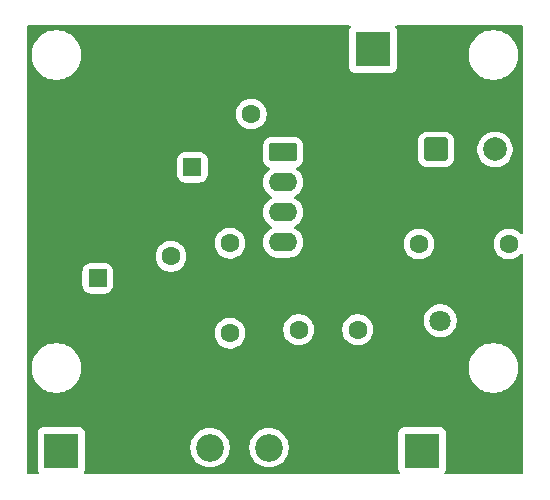
<source format=gbr>
%TF.GenerationSoftware,KiCad,Pcbnew,9.0.4*%
%TF.CreationDate,2025-09-13T13:15:57+02:00*%
%TF.ProjectId,TDA7267,54444137-3236-4372-9e6b-696361645f70,rev?*%
%TF.SameCoordinates,Original*%
%TF.FileFunction,Copper,L1,Top*%
%TF.FilePolarity,Positive*%
%FSLAX46Y46*%
G04 Gerber Fmt 4.6, Leading zero omitted, Abs format (unit mm)*
G04 Created by KiCad (PCBNEW 9.0.4) date 2025-09-13 13:15:57*
%MOMM*%
%LPD*%
G01*
G04 APERTURE LIST*
G04 Aperture macros list*
%AMRoundRect*
0 Rectangle with rounded corners*
0 $1 Rounding radius*
0 $2 $3 $4 $5 $6 $7 $8 $9 X,Y pos of 4 corners*
0 Add a 4 corners polygon primitive as box body*
4,1,4,$2,$3,$4,$5,$6,$7,$8,$9,$2,$3,0*
0 Add four circle primitives for the rounded corners*
1,1,$1+$1,$2,$3*
1,1,$1+$1,$4,$5*
1,1,$1+$1,$6,$7*
1,1,$1+$1,$8,$9*
0 Add four rect primitives between the rounded corners*
20,1,$1+$1,$2,$3,$4,$5,0*
20,1,$1+$1,$4,$5,$6,$7,0*
20,1,$1+$1,$6,$7,$8,$9,0*
20,1,$1+$1,$8,$9,$2,$3,0*%
G04 Aperture macros list end*
%TA.AperFunction,ComponentPad*%
%ADD10C,1.600000*%
%TD*%
%TA.AperFunction,ComponentPad*%
%ADD11R,3.000000X3.000000*%
%TD*%
%TA.AperFunction,ComponentPad*%
%ADD12C,3.000000*%
%TD*%
%TA.AperFunction,ComponentPad*%
%ADD13R,1.800000X1.800000*%
%TD*%
%TA.AperFunction,ComponentPad*%
%ADD14C,1.800000*%
%TD*%
%TA.AperFunction,ComponentPad*%
%ADD15RoundRect,0.250000X-0.950000X-0.550000X0.950000X-0.550000X0.950000X0.550000X-0.950000X0.550000X0*%
%TD*%
%TA.AperFunction,ComponentPad*%
%ADD16O,2.400000X1.600000*%
%TD*%
%TA.AperFunction,ComponentPad*%
%ADD17RoundRect,0.250000X0.550000X0.550000X-0.550000X0.550000X-0.550000X-0.550000X0.550000X-0.550000X0*%
%TD*%
%TA.AperFunction,ComponentPad*%
%ADD18RoundRect,0.250000X-0.750000X-0.750000X0.750000X-0.750000X0.750000X0.750000X-0.750000X0.750000X0*%
%TD*%
%TA.AperFunction,ComponentPad*%
%ADD19C,2.000000*%
%TD*%
%TA.AperFunction,ComponentPad*%
%ADD20C,2.340000*%
%TD*%
G04 APERTURE END LIST*
D10*
%TO.P,C3,1*%
%TO.N,GND*%
X141700000Y-103560000D03*
%TO.P,C3,2*%
%TO.N,Net-(U1-In)*%
X141700000Y-98560000D03*
%TD*%
D11*
%TO.P,IN1,1,Pin_1*%
%TO.N,Net-(IN1-Pin_1)*%
X162960000Y-115000000D03*
D12*
%TO.P,IN1,2,Pin_2*%
%TO.N,GND*%
X168040000Y-115000000D03*
%TD*%
D10*
%TO.P,R1,1*%
%TO.N,Net-(C1-Pad2)*%
X146700000Y-105060000D03*
%TO.P,R1,2*%
%TO.N,Net-(U1-In)*%
X146700000Y-97440000D03*
%TD*%
D13*
%TO.P,D1,1,K*%
%TO.N,GND*%
X161960000Y-104000000D03*
D14*
%TO.P,D1,2,A*%
%TO.N,Net-(D1-A)*%
X164500000Y-104000000D03*
%TD*%
D11*
%TO.P,OUT1,1,Pin_1*%
%TO.N,Net-(OUT1-Pin_1)*%
X158800000Y-81000000D03*
D12*
%TO.P,OUT1,2,Pin_2*%
%TO.N,GND*%
X153720000Y-81000000D03*
%TD*%
D10*
%TO.P,C5,1*%
%TO.N,GND*%
X148500000Y-81500000D03*
%TO.P,C5,2*%
%TO.N,/VCC*%
X148500000Y-86500000D03*
%TD*%
%TO.P,C1,1*%
%TO.N,Net-(C1-Pad1)*%
X157500000Y-104750000D03*
%TO.P,C1,2*%
%TO.N,Net-(C1-Pad2)*%
X152500000Y-104750000D03*
%TD*%
D15*
%TO.P,U1,1,V+*%
%TO.N,/VCC*%
X151190000Y-89750000D03*
D16*
%TO.P,U1,2,Out*%
%TO.N,Net-(U1-Out)*%
X151190000Y-92290000D03*
%TO.P,U1,3,SRV*%
%TO.N,Net-(U1-SRV)*%
X151190000Y-94830000D03*
%TO.P,U1,4,In*%
%TO.N,Net-(U1-In)*%
X151190000Y-97370000D03*
%TO.P,U1,5,GND*%
%TO.N,GND*%
X158810000Y-97370000D03*
%TO.P,U1,6,GND*%
X158810000Y-94830000D03*
%TO.P,U1,7,GND*%
X158810000Y-92290000D03*
%TO.P,U1,8,GND*%
X158810000Y-89750000D03*
%TD*%
D10*
%TO.P,R2,1*%
%TO.N,Net-(D1-A)*%
X162690000Y-97500000D03*
%TO.P,R2,2*%
%TO.N,/VCC*%
X170310000Y-97500000D03*
%TD*%
D11*
%TO.P,VCC1,1,Pin_1*%
%TO.N,/VCC*%
X132420000Y-115000000D03*
D12*
%TO.P,VCC1,2,Pin_2*%
%TO.N,GND*%
X137500000Y-115000000D03*
%TD*%
D17*
%TO.P,C2,1*%
%TO.N,Net-(U1-SRV)*%
X143500000Y-91000000D03*
D10*
%TO.P,C2,2*%
%TO.N,GND*%
X139700000Y-91000000D03*
%TD*%
D18*
%TO.P,C6,1*%
%TO.N,Net-(U1-Out)*%
X164132323Y-89500000D03*
D19*
%TO.P,C6,2*%
%TO.N,Net-(OUT1-Pin_1)*%
X169132323Y-89500000D03*
%TD*%
D17*
%TO.P,C4,1*%
%TO.N,/VCC*%
X135500000Y-100400000D03*
D10*
%TO.P,C4,2*%
%TO.N,GND*%
X131700000Y-100400000D03*
%TD*%
D20*
%TO.P,RV1,1,1*%
%TO.N,Net-(IN1-Pin_1)*%
X145000000Y-114750000D03*
%TO.P,RV1,2,2*%
%TO.N,Net-(C1-Pad1)*%
X150000000Y-114750000D03*
%TO.P,RV1,3,3*%
%TO.N,GND*%
X155000000Y-114750000D03*
%TD*%
%TA.AperFunction,Conductor*%
%TO.N,GND*%
G36*
X156868038Y-79020185D02*
G01*
X156913793Y-79072989D01*
X156923737Y-79142147D01*
X156900265Y-79198810D01*
X156880238Y-79225562D01*
X156856204Y-79257668D01*
X156856202Y-79257671D01*
X156805908Y-79392517D01*
X156801294Y-79435438D01*
X156799501Y-79452123D01*
X156799500Y-79452135D01*
X156799500Y-82547870D01*
X156799501Y-82547876D01*
X156805908Y-82607483D01*
X156856202Y-82742328D01*
X156856206Y-82742335D01*
X156942452Y-82857544D01*
X156942455Y-82857547D01*
X157057664Y-82943793D01*
X157057671Y-82943797D01*
X157192517Y-82994091D01*
X157192516Y-82994091D01*
X157199444Y-82994835D01*
X157252127Y-83000500D01*
X160347872Y-83000499D01*
X160407483Y-82994091D01*
X160542331Y-82943796D01*
X160657546Y-82857546D01*
X160743796Y-82742331D01*
X160794091Y-82607483D01*
X160800500Y-82547873D01*
X160800499Y-81362332D01*
X166899500Y-81362332D01*
X166899500Y-81637667D01*
X166899501Y-81637684D01*
X166935438Y-81910655D01*
X166935439Y-81910660D01*
X166935440Y-81910666D01*
X166935441Y-81910668D01*
X167006704Y-82176630D01*
X167112075Y-82431017D01*
X167112080Y-82431028D01*
X167179543Y-82547876D01*
X167249751Y-82669479D01*
X167249753Y-82669482D01*
X167249754Y-82669483D01*
X167417370Y-82887926D01*
X167417376Y-82887933D01*
X167612066Y-83082623D01*
X167612072Y-83082628D01*
X167830521Y-83250249D01*
X167983778Y-83338732D01*
X168068971Y-83387919D01*
X168068976Y-83387921D01*
X168068979Y-83387923D01*
X168323368Y-83493295D01*
X168589334Y-83564560D01*
X168862326Y-83600500D01*
X168862333Y-83600500D01*
X169137667Y-83600500D01*
X169137674Y-83600500D01*
X169410666Y-83564560D01*
X169676632Y-83493295D01*
X169931021Y-83387923D01*
X170169479Y-83250249D01*
X170387928Y-83082628D01*
X170582628Y-82887928D01*
X170750249Y-82669479D01*
X170887923Y-82431021D01*
X170993295Y-82176632D01*
X171064560Y-81910666D01*
X171100500Y-81637674D01*
X171100500Y-81362326D01*
X171064560Y-81089334D01*
X170993295Y-80823368D01*
X170887923Y-80568979D01*
X170887921Y-80568976D01*
X170887919Y-80568971D01*
X170838732Y-80483778D01*
X170750249Y-80330521D01*
X170582628Y-80112072D01*
X170582623Y-80112066D01*
X170387933Y-79917376D01*
X170387926Y-79917370D01*
X170169483Y-79749754D01*
X170169482Y-79749753D01*
X170169479Y-79749751D01*
X170074407Y-79694861D01*
X169931028Y-79612080D01*
X169931017Y-79612075D01*
X169676630Y-79506704D01*
X169543649Y-79471072D01*
X169410666Y-79435440D01*
X169410660Y-79435439D01*
X169410655Y-79435438D01*
X169137684Y-79399501D01*
X169137679Y-79399500D01*
X169137674Y-79399500D01*
X168862326Y-79399500D01*
X168862320Y-79399500D01*
X168862315Y-79399501D01*
X168589344Y-79435438D01*
X168589337Y-79435439D01*
X168589334Y-79435440D01*
X168533125Y-79450500D01*
X168323369Y-79506704D01*
X168068982Y-79612075D01*
X168068971Y-79612080D01*
X167830516Y-79749754D01*
X167612073Y-79917370D01*
X167612066Y-79917376D01*
X167417376Y-80112066D01*
X167417370Y-80112073D01*
X167249754Y-80330516D01*
X167112080Y-80568971D01*
X167112075Y-80568982D01*
X167006704Y-80823369D01*
X166935441Y-81089331D01*
X166935438Y-81089344D01*
X166899501Y-81362315D01*
X166899500Y-81362332D01*
X160800499Y-81362332D01*
X160800499Y-80823369D01*
X160800499Y-79452129D01*
X160800498Y-79452123D01*
X160800497Y-79452116D01*
X160794091Y-79392517D01*
X160743796Y-79257669D01*
X160699734Y-79198810D01*
X160675317Y-79133348D01*
X160690168Y-79065075D01*
X160739573Y-79015669D01*
X160799001Y-79000500D01*
X171375500Y-79000500D01*
X171442539Y-79020185D01*
X171488294Y-79072989D01*
X171499500Y-79124500D01*
X171499500Y-96550953D01*
X171479815Y-96617992D01*
X171427011Y-96663747D01*
X171357853Y-96673691D01*
X171294297Y-96644666D01*
X171287819Y-96638634D01*
X171157213Y-96508028D01*
X170991613Y-96387715D01*
X170991612Y-96387714D01*
X170991610Y-96387713D01*
X170934653Y-96358691D01*
X170809223Y-96294781D01*
X170614534Y-96231522D01*
X170439995Y-96203878D01*
X170412352Y-96199500D01*
X170207648Y-96199500D01*
X170183329Y-96203351D01*
X170005465Y-96231522D01*
X169810776Y-96294781D01*
X169628386Y-96387715D01*
X169462786Y-96508028D01*
X169318028Y-96652786D01*
X169197715Y-96818386D01*
X169104781Y-97000776D01*
X169041522Y-97195465D01*
X169009500Y-97397648D01*
X169009500Y-97602351D01*
X169041522Y-97804534D01*
X169104781Y-97999223D01*
X169197715Y-98181613D01*
X169318028Y-98347213D01*
X169462786Y-98491971D01*
X169545806Y-98552287D01*
X169628390Y-98612287D01*
X169693021Y-98645218D01*
X169810776Y-98705218D01*
X169810778Y-98705218D01*
X169810781Y-98705220D01*
X169915137Y-98739127D01*
X170005465Y-98768477D01*
X170106557Y-98784488D01*
X170207648Y-98800500D01*
X170207649Y-98800500D01*
X170412351Y-98800500D01*
X170412352Y-98800500D01*
X170614534Y-98768477D01*
X170809219Y-98705220D01*
X170991610Y-98612287D01*
X171084590Y-98544732D01*
X171157213Y-98491971D01*
X171157215Y-98491968D01*
X171157219Y-98491966D01*
X171287819Y-98361366D01*
X171349142Y-98327881D01*
X171418834Y-98332865D01*
X171474767Y-98374737D01*
X171499184Y-98440201D01*
X171499500Y-98449047D01*
X171499500Y-116875500D01*
X171479815Y-116942539D01*
X171427011Y-116988294D01*
X171375500Y-116999500D01*
X164959001Y-116999500D01*
X164891962Y-116979815D01*
X164846207Y-116927011D01*
X164836263Y-116857853D01*
X164859734Y-116801189D01*
X164903796Y-116742331D01*
X164954091Y-116607483D01*
X164960500Y-116547873D01*
X164960499Y-113452128D01*
X164954091Y-113392517D01*
X164941235Y-113358049D01*
X164903797Y-113257671D01*
X164903793Y-113257664D01*
X164817547Y-113142455D01*
X164817544Y-113142452D01*
X164702335Y-113056206D01*
X164702328Y-113056202D01*
X164567482Y-113005908D01*
X164567483Y-113005908D01*
X164507883Y-112999501D01*
X164507881Y-112999500D01*
X164507873Y-112999500D01*
X164507864Y-112999500D01*
X161412129Y-112999500D01*
X161412123Y-112999501D01*
X161352516Y-113005908D01*
X161217671Y-113056202D01*
X161217664Y-113056206D01*
X161102455Y-113142452D01*
X161102452Y-113142455D01*
X161016206Y-113257664D01*
X161016202Y-113257671D01*
X160965908Y-113392517D01*
X160959501Y-113452116D01*
X160959501Y-113452123D01*
X160959500Y-113452135D01*
X160959500Y-116547870D01*
X160959501Y-116547876D01*
X160965908Y-116607483D01*
X161016202Y-116742328D01*
X161016204Y-116742331D01*
X161060265Y-116801189D01*
X161084683Y-116866652D01*
X161069832Y-116934925D01*
X161020427Y-116984331D01*
X160960999Y-116999500D01*
X134419001Y-116999500D01*
X134351962Y-116979815D01*
X134306207Y-116927011D01*
X134296263Y-116857853D01*
X134319734Y-116801189D01*
X134363796Y-116742331D01*
X134414091Y-116607483D01*
X134420500Y-116547873D01*
X134420499Y-114640502D01*
X143329500Y-114640502D01*
X143329500Y-114859497D01*
X143353306Y-115040314D01*
X143358083Y-115076598D01*
X143414759Y-115288117D01*
X143498560Y-115490428D01*
X143498562Y-115490433D01*
X143498565Y-115490438D01*
X143608049Y-115680070D01*
X143741355Y-115853798D01*
X143741361Y-115853805D01*
X143896194Y-116008638D01*
X143896201Y-116008644D01*
X144069929Y-116141950D01*
X144259561Y-116251434D01*
X144259563Y-116251434D01*
X144259572Y-116251440D01*
X144461883Y-116335241D01*
X144673402Y-116391917D01*
X144890510Y-116420500D01*
X144890517Y-116420500D01*
X145109483Y-116420500D01*
X145109490Y-116420500D01*
X145326598Y-116391917D01*
X145538117Y-116335241D01*
X145740428Y-116251440D01*
X145930071Y-116141950D01*
X146103800Y-116008643D01*
X146258643Y-115853800D01*
X146391950Y-115680071D01*
X146501440Y-115490428D01*
X146585241Y-115288117D01*
X146641917Y-115076598D01*
X146670500Y-114859490D01*
X146670500Y-114640510D01*
X146670499Y-114640502D01*
X148329500Y-114640502D01*
X148329500Y-114859497D01*
X148353306Y-115040314D01*
X148358083Y-115076598D01*
X148414759Y-115288117D01*
X148498560Y-115490428D01*
X148498562Y-115490433D01*
X148498565Y-115490438D01*
X148608049Y-115680070D01*
X148741355Y-115853798D01*
X148741361Y-115853805D01*
X148896194Y-116008638D01*
X148896201Y-116008644D01*
X149069929Y-116141950D01*
X149259561Y-116251434D01*
X149259563Y-116251434D01*
X149259572Y-116251440D01*
X149461883Y-116335241D01*
X149673402Y-116391917D01*
X149890510Y-116420500D01*
X149890517Y-116420500D01*
X150109483Y-116420500D01*
X150109490Y-116420500D01*
X150326598Y-116391917D01*
X150538117Y-116335241D01*
X150740428Y-116251440D01*
X150930071Y-116141950D01*
X151103800Y-116008643D01*
X151258643Y-115853800D01*
X151391950Y-115680071D01*
X151501440Y-115490428D01*
X151585241Y-115288117D01*
X151641917Y-115076598D01*
X151670500Y-114859490D01*
X151670500Y-114640510D01*
X151641917Y-114423402D01*
X151585241Y-114211883D01*
X151501440Y-114009572D01*
X151391950Y-113819929D01*
X151258643Y-113646200D01*
X151258638Y-113646194D01*
X151103805Y-113491361D01*
X151103798Y-113491355D01*
X150930070Y-113358049D01*
X150740438Y-113248565D01*
X150740433Y-113248562D01*
X150740428Y-113248560D01*
X150538117Y-113164759D01*
X150538118Y-113164759D01*
X150538115Y-113164758D01*
X150432357Y-113136421D01*
X150326598Y-113108083D01*
X150290314Y-113103306D01*
X150109497Y-113079500D01*
X150109490Y-113079500D01*
X149890510Y-113079500D01*
X149890502Y-113079500D01*
X149683853Y-113106707D01*
X149673402Y-113108083D01*
X149628699Y-113120060D01*
X149461884Y-113164758D01*
X149343374Y-113213847D01*
X149259572Y-113248560D01*
X149259569Y-113248561D01*
X149259561Y-113248565D01*
X149069929Y-113358049D01*
X148896201Y-113491355D01*
X148896194Y-113491361D01*
X148741361Y-113646194D01*
X148741355Y-113646201D01*
X148608049Y-113819929D01*
X148498565Y-114009561D01*
X148498560Y-114009573D01*
X148414758Y-114211884D01*
X148358084Y-114423399D01*
X148358082Y-114423410D01*
X148329500Y-114640502D01*
X146670499Y-114640502D01*
X146641917Y-114423402D01*
X146585241Y-114211883D01*
X146501440Y-114009572D01*
X146391950Y-113819929D01*
X146258643Y-113646200D01*
X146258638Y-113646194D01*
X146103805Y-113491361D01*
X146103798Y-113491355D01*
X145930070Y-113358049D01*
X145740438Y-113248565D01*
X145740433Y-113248562D01*
X145740428Y-113248560D01*
X145538117Y-113164759D01*
X145538118Y-113164759D01*
X145538115Y-113164758D01*
X145432357Y-113136421D01*
X145326598Y-113108083D01*
X145290314Y-113103306D01*
X145109497Y-113079500D01*
X145109490Y-113079500D01*
X144890510Y-113079500D01*
X144890502Y-113079500D01*
X144683853Y-113106707D01*
X144673402Y-113108083D01*
X144628699Y-113120060D01*
X144461884Y-113164758D01*
X144343374Y-113213847D01*
X144259572Y-113248560D01*
X144259569Y-113248561D01*
X144259561Y-113248565D01*
X144069929Y-113358049D01*
X143896201Y-113491355D01*
X143896194Y-113491361D01*
X143741361Y-113646194D01*
X143741355Y-113646201D01*
X143608049Y-113819929D01*
X143498565Y-114009561D01*
X143498560Y-114009573D01*
X143414758Y-114211884D01*
X143358084Y-114423399D01*
X143358082Y-114423410D01*
X143329500Y-114640502D01*
X134420499Y-114640502D01*
X134420499Y-113452128D01*
X134414091Y-113392517D01*
X134401235Y-113358049D01*
X134363797Y-113257671D01*
X134363793Y-113257664D01*
X134277547Y-113142455D01*
X134277544Y-113142452D01*
X134162335Y-113056206D01*
X134162328Y-113056202D01*
X134027482Y-113005908D01*
X134027483Y-113005908D01*
X133967883Y-112999501D01*
X133967881Y-112999500D01*
X133967873Y-112999500D01*
X133967864Y-112999500D01*
X130872129Y-112999500D01*
X130872123Y-112999501D01*
X130812516Y-113005908D01*
X130677671Y-113056202D01*
X130677664Y-113056206D01*
X130562455Y-113142452D01*
X130562452Y-113142455D01*
X130476206Y-113257664D01*
X130476202Y-113257671D01*
X130425908Y-113392517D01*
X130419501Y-113452116D01*
X130419501Y-113452123D01*
X130419500Y-113452135D01*
X130419500Y-116547870D01*
X130419501Y-116547876D01*
X130425908Y-116607483D01*
X130476202Y-116742328D01*
X130476204Y-116742331D01*
X130520265Y-116801189D01*
X130544683Y-116866652D01*
X130529832Y-116934925D01*
X130480427Y-116984331D01*
X130420999Y-116999500D01*
X129624500Y-116999500D01*
X129557461Y-116979815D01*
X129511706Y-116927011D01*
X129500500Y-116875500D01*
X129500500Y-107862332D01*
X129899500Y-107862332D01*
X129899500Y-108137667D01*
X129899501Y-108137684D01*
X129935438Y-108410655D01*
X129935439Y-108410660D01*
X129935440Y-108410666D01*
X129935441Y-108410668D01*
X130006704Y-108676630D01*
X130112075Y-108931017D01*
X130112080Y-108931028D01*
X130194861Y-109074407D01*
X130249751Y-109169479D01*
X130249753Y-109169482D01*
X130249754Y-109169483D01*
X130417370Y-109387926D01*
X130417376Y-109387933D01*
X130612066Y-109582623D01*
X130612072Y-109582628D01*
X130830521Y-109750249D01*
X130983778Y-109838732D01*
X131068971Y-109887919D01*
X131068976Y-109887921D01*
X131068979Y-109887923D01*
X131323368Y-109993295D01*
X131589334Y-110064560D01*
X131862326Y-110100500D01*
X131862333Y-110100500D01*
X132137667Y-110100500D01*
X132137674Y-110100500D01*
X132410666Y-110064560D01*
X132676632Y-109993295D01*
X132931021Y-109887923D01*
X133169479Y-109750249D01*
X133387928Y-109582628D01*
X133582628Y-109387928D01*
X133750249Y-109169479D01*
X133887923Y-108931021D01*
X133993295Y-108676632D01*
X134064560Y-108410666D01*
X134100500Y-108137674D01*
X134100500Y-107862332D01*
X166899500Y-107862332D01*
X166899500Y-108137667D01*
X166899501Y-108137684D01*
X166935438Y-108410655D01*
X166935439Y-108410660D01*
X166935440Y-108410666D01*
X166935441Y-108410668D01*
X167006704Y-108676630D01*
X167112075Y-108931017D01*
X167112080Y-108931028D01*
X167194861Y-109074407D01*
X167249751Y-109169479D01*
X167249753Y-109169482D01*
X167249754Y-109169483D01*
X167417370Y-109387926D01*
X167417376Y-109387933D01*
X167612066Y-109582623D01*
X167612072Y-109582628D01*
X167830521Y-109750249D01*
X167983778Y-109838732D01*
X168068971Y-109887919D01*
X168068976Y-109887921D01*
X168068979Y-109887923D01*
X168323368Y-109993295D01*
X168589334Y-110064560D01*
X168862326Y-110100500D01*
X168862333Y-110100500D01*
X169137667Y-110100500D01*
X169137674Y-110100500D01*
X169410666Y-110064560D01*
X169676632Y-109993295D01*
X169931021Y-109887923D01*
X170169479Y-109750249D01*
X170387928Y-109582628D01*
X170582628Y-109387928D01*
X170750249Y-109169479D01*
X170887923Y-108931021D01*
X170993295Y-108676632D01*
X171064560Y-108410666D01*
X171100500Y-108137674D01*
X171100500Y-107862326D01*
X171064560Y-107589334D01*
X170993295Y-107323368D01*
X170887923Y-107068979D01*
X170887921Y-107068976D01*
X170887919Y-107068971D01*
X170838732Y-106983778D01*
X170750249Y-106830521D01*
X170582628Y-106612072D01*
X170582623Y-106612066D01*
X170387933Y-106417376D01*
X170387926Y-106417370D01*
X170169483Y-106249754D01*
X170169482Y-106249753D01*
X170169479Y-106249751D01*
X170035308Y-106172287D01*
X169931028Y-106112080D01*
X169931017Y-106112075D01*
X169676630Y-106006704D01*
X169484486Y-105955220D01*
X169410666Y-105935440D01*
X169410660Y-105935439D01*
X169410655Y-105935438D01*
X169137684Y-105899501D01*
X169137679Y-105899500D01*
X169137674Y-105899500D01*
X168862326Y-105899500D01*
X168862320Y-105899500D01*
X168862315Y-105899501D01*
X168589344Y-105935438D01*
X168589337Y-105935439D01*
X168589334Y-105935440D01*
X168533125Y-105950500D01*
X168323369Y-106006704D01*
X168068982Y-106112075D01*
X168068971Y-106112080D01*
X167830516Y-106249754D01*
X167612073Y-106417370D01*
X167612066Y-106417376D01*
X167417376Y-106612066D01*
X167417370Y-106612073D01*
X167249754Y-106830516D01*
X167112080Y-107068971D01*
X167112075Y-107068982D01*
X167006704Y-107323369D01*
X166935441Y-107589331D01*
X166935438Y-107589344D01*
X166899501Y-107862315D01*
X166899500Y-107862332D01*
X134100500Y-107862332D01*
X134100500Y-107862326D01*
X134064560Y-107589334D01*
X133993295Y-107323368D01*
X133887923Y-107068979D01*
X133887921Y-107068976D01*
X133887919Y-107068971D01*
X133838732Y-106983778D01*
X133750249Y-106830521D01*
X133582628Y-106612072D01*
X133582623Y-106612066D01*
X133387933Y-106417376D01*
X133387926Y-106417370D01*
X133169483Y-106249754D01*
X133169482Y-106249753D01*
X133169479Y-106249751D01*
X133035308Y-106172287D01*
X132931028Y-106112080D01*
X132931017Y-106112075D01*
X132676630Y-106006704D01*
X132484486Y-105955220D01*
X132410666Y-105935440D01*
X132410660Y-105935439D01*
X132410655Y-105935438D01*
X132137684Y-105899501D01*
X132137679Y-105899500D01*
X132137674Y-105899500D01*
X131862326Y-105899500D01*
X131862320Y-105899500D01*
X131862315Y-105899501D01*
X131589344Y-105935438D01*
X131589337Y-105935439D01*
X131589334Y-105935440D01*
X131533125Y-105950500D01*
X131323369Y-106006704D01*
X131068982Y-106112075D01*
X131068971Y-106112080D01*
X130830516Y-106249754D01*
X130612073Y-106417370D01*
X130612066Y-106417376D01*
X130417376Y-106612066D01*
X130417370Y-106612073D01*
X130249754Y-106830516D01*
X130112080Y-107068971D01*
X130112075Y-107068982D01*
X130006704Y-107323369D01*
X129935441Y-107589331D01*
X129935438Y-107589344D01*
X129899501Y-107862315D01*
X129899500Y-107862332D01*
X129500500Y-107862332D01*
X129500500Y-104957648D01*
X145399500Y-104957648D01*
X145399500Y-105162351D01*
X145431522Y-105364534D01*
X145494781Y-105559223D01*
X145587715Y-105741613D01*
X145708028Y-105907213D01*
X145852786Y-106051971D01*
X145935521Y-106112080D01*
X146018390Y-106172287D01*
X146134607Y-106231503D01*
X146200776Y-106265218D01*
X146200778Y-106265218D01*
X146200781Y-106265220D01*
X146305137Y-106299127D01*
X146395465Y-106328477D01*
X146496557Y-106344488D01*
X146597648Y-106360500D01*
X146597649Y-106360500D01*
X146802351Y-106360500D01*
X146802352Y-106360500D01*
X147004534Y-106328477D01*
X147199219Y-106265220D01*
X147381610Y-106172287D01*
X147474590Y-106104732D01*
X147547213Y-106051971D01*
X147547215Y-106051968D01*
X147547219Y-106051966D01*
X147691966Y-105907219D01*
X147691968Y-105907215D01*
X147691971Y-105907213D01*
X147744732Y-105834590D01*
X147812287Y-105741610D01*
X147905220Y-105559219D01*
X147968477Y-105364534D01*
X148000500Y-105162352D01*
X148000500Y-104957648D01*
X147993327Y-104912358D01*
X147968477Y-104755465D01*
X147944312Y-104681095D01*
X147933445Y-104647648D01*
X151199500Y-104647648D01*
X151199500Y-104852351D01*
X151231522Y-105054534D01*
X151294781Y-105249223D01*
X151387715Y-105431613D01*
X151508028Y-105597213D01*
X151652786Y-105741971D01*
X151807749Y-105854556D01*
X151818390Y-105862287D01*
X151906574Y-105907219D01*
X152000776Y-105955218D01*
X152000778Y-105955218D01*
X152000781Y-105955220D01*
X152105137Y-105989127D01*
X152195465Y-106018477D01*
X152296557Y-106034488D01*
X152397648Y-106050500D01*
X152397649Y-106050500D01*
X152602351Y-106050500D01*
X152602352Y-106050500D01*
X152804534Y-106018477D01*
X152999219Y-105955220D01*
X153181610Y-105862287D01*
X153274590Y-105794732D01*
X153347213Y-105741971D01*
X153347215Y-105741968D01*
X153347219Y-105741966D01*
X153491966Y-105597219D01*
X153491968Y-105597215D01*
X153491971Y-105597213D01*
X153544732Y-105524590D01*
X153612287Y-105431610D01*
X153705220Y-105249219D01*
X153768477Y-105054534D01*
X153800500Y-104852352D01*
X153800500Y-104647648D01*
X156199500Y-104647648D01*
X156199500Y-104852351D01*
X156231522Y-105054534D01*
X156294781Y-105249223D01*
X156387715Y-105431613D01*
X156508028Y-105597213D01*
X156652786Y-105741971D01*
X156807749Y-105854556D01*
X156818390Y-105862287D01*
X156906574Y-105907219D01*
X157000776Y-105955218D01*
X157000778Y-105955218D01*
X157000781Y-105955220D01*
X157105137Y-105989127D01*
X157195465Y-106018477D01*
X157296557Y-106034488D01*
X157397648Y-106050500D01*
X157397649Y-106050500D01*
X157602351Y-106050500D01*
X157602352Y-106050500D01*
X157804534Y-106018477D01*
X157999219Y-105955220D01*
X158181610Y-105862287D01*
X158274590Y-105794732D01*
X158347213Y-105741971D01*
X158347215Y-105741968D01*
X158347219Y-105741966D01*
X158491966Y-105597219D01*
X158491968Y-105597215D01*
X158491971Y-105597213D01*
X158544732Y-105524590D01*
X158612287Y-105431610D01*
X158705220Y-105249219D01*
X158768477Y-105054534D01*
X158800500Y-104852352D01*
X158800500Y-104647648D01*
X158768477Y-104445466D01*
X158705220Y-104250781D01*
X158705218Y-104250778D01*
X158705218Y-104250776D01*
X158612287Y-104068390D01*
X158531933Y-103957791D01*
X158531932Y-103957788D01*
X158491971Y-103902787D01*
X158491967Y-103902782D01*
X158478963Y-103889778D01*
X163099500Y-103889778D01*
X163099500Y-104110221D01*
X163133985Y-104327952D01*
X163202103Y-104537603D01*
X163202104Y-104537606D01*
X163302187Y-104734025D01*
X163431752Y-104912358D01*
X163431756Y-104912363D01*
X163587636Y-105068243D01*
X163587641Y-105068247D01*
X163717166Y-105162351D01*
X163765978Y-105197815D01*
X163866863Y-105249219D01*
X163962393Y-105297895D01*
X163962396Y-105297896D01*
X164067221Y-105331955D01*
X164172049Y-105366015D01*
X164389778Y-105400500D01*
X164389779Y-105400500D01*
X164610221Y-105400500D01*
X164610222Y-105400500D01*
X164827951Y-105366015D01*
X165037606Y-105297895D01*
X165234022Y-105197815D01*
X165412365Y-105068242D01*
X165568242Y-104912365D01*
X165697815Y-104734022D01*
X165797895Y-104537606D01*
X165866015Y-104327951D01*
X165900500Y-104110222D01*
X165900500Y-103889778D01*
X165866015Y-103672049D01*
X165824664Y-103544781D01*
X165797896Y-103462396D01*
X165797895Y-103462393D01*
X165763237Y-103394375D01*
X165697815Y-103265978D01*
X165681260Y-103243192D01*
X165568247Y-103087641D01*
X165568243Y-103087636D01*
X165412363Y-102931756D01*
X165412358Y-102931752D01*
X165234025Y-102802187D01*
X165234024Y-102802186D01*
X165234022Y-102802185D01*
X165171096Y-102770122D01*
X165037606Y-102702104D01*
X165037603Y-102702103D01*
X164827952Y-102633985D01*
X164719086Y-102616742D01*
X164610222Y-102599500D01*
X164389778Y-102599500D01*
X164317201Y-102610995D01*
X164172047Y-102633985D01*
X163962396Y-102702103D01*
X163962393Y-102702104D01*
X163765974Y-102802187D01*
X163587641Y-102931752D01*
X163587636Y-102931756D01*
X163431756Y-103087636D01*
X163431752Y-103087641D01*
X163302187Y-103265974D01*
X163202104Y-103462393D01*
X163202103Y-103462396D01*
X163133985Y-103672047D01*
X163099500Y-103889778D01*
X158478963Y-103889778D01*
X158347213Y-103758028D01*
X158181613Y-103637715D01*
X158181612Y-103637714D01*
X158181610Y-103637713D01*
X158124653Y-103608691D01*
X157999223Y-103544781D01*
X157804534Y-103481522D01*
X157629995Y-103453878D01*
X157602352Y-103449500D01*
X157397648Y-103449500D01*
X157373329Y-103453351D01*
X157195465Y-103481522D01*
X157000776Y-103544781D01*
X156818386Y-103637715D01*
X156652786Y-103758028D01*
X156508028Y-103902786D01*
X156387715Y-104068386D01*
X156294781Y-104250776D01*
X156231522Y-104445465D01*
X156199500Y-104647648D01*
X153800500Y-104647648D01*
X153768477Y-104445466D01*
X153705220Y-104250781D01*
X153705218Y-104250778D01*
X153705218Y-104250776D01*
X153671503Y-104184607D01*
X153612287Y-104068390D01*
X153604556Y-104057749D01*
X153491971Y-103902786D01*
X153347213Y-103758028D01*
X153181613Y-103637715D01*
X153181612Y-103637714D01*
X153181610Y-103637713D01*
X153124653Y-103608691D01*
X152999223Y-103544781D01*
X152804534Y-103481522D01*
X152629995Y-103453878D01*
X152602352Y-103449500D01*
X152397648Y-103449500D01*
X152373329Y-103453351D01*
X152195465Y-103481522D01*
X152000776Y-103544781D01*
X151818386Y-103637715D01*
X151652786Y-103758028D01*
X151508028Y-103902786D01*
X151387715Y-104068386D01*
X151294781Y-104250776D01*
X151231522Y-104445465D01*
X151199500Y-104647648D01*
X147933445Y-104647648D01*
X147905220Y-104560781D01*
X147812287Y-104378390D01*
X147775642Y-104327952D01*
X147691971Y-104212786D01*
X147547213Y-104068028D01*
X147381613Y-103947715D01*
X147381612Y-103947714D01*
X147381610Y-103947713D01*
X147293436Y-103902786D01*
X147199223Y-103854781D01*
X147004534Y-103791522D01*
X146829995Y-103763878D01*
X146802352Y-103759500D01*
X146597648Y-103759500D01*
X146573329Y-103763351D01*
X146395465Y-103791522D01*
X146200776Y-103854781D01*
X146018386Y-103947715D01*
X145852786Y-104068028D01*
X145708028Y-104212786D01*
X145587715Y-104378386D01*
X145494781Y-104560776D01*
X145431522Y-104755465D01*
X145399500Y-104957648D01*
X129500500Y-104957648D01*
X129500500Y-99799983D01*
X134199500Y-99799983D01*
X134199500Y-101000001D01*
X134199501Y-101000018D01*
X134210000Y-101102796D01*
X134210001Y-101102799D01*
X134265185Y-101269331D01*
X134265186Y-101269334D01*
X134357288Y-101418656D01*
X134481344Y-101542712D01*
X134630666Y-101634814D01*
X134797203Y-101689999D01*
X134899991Y-101700500D01*
X136100008Y-101700499D01*
X136202797Y-101689999D01*
X136369334Y-101634814D01*
X136518656Y-101542712D01*
X136642712Y-101418656D01*
X136734814Y-101269334D01*
X136789999Y-101102797D01*
X136800500Y-101000009D01*
X136800499Y-99799992D01*
X136789999Y-99697203D01*
X136734814Y-99530666D01*
X136642712Y-99381344D01*
X136518656Y-99257288D01*
X136369334Y-99165186D01*
X136202797Y-99110001D01*
X136202795Y-99110000D01*
X136100010Y-99099500D01*
X134899998Y-99099500D01*
X134899981Y-99099501D01*
X134797203Y-99110000D01*
X134797200Y-99110001D01*
X134630668Y-99165185D01*
X134630663Y-99165187D01*
X134481342Y-99257289D01*
X134357289Y-99381342D01*
X134265187Y-99530663D01*
X134265186Y-99530666D01*
X134210001Y-99697203D01*
X134210001Y-99697204D01*
X134210000Y-99697204D01*
X134199500Y-99799983D01*
X129500500Y-99799983D01*
X129500500Y-98457648D01*
X140399500Y-98457648D01*
X140399500Y-98662351D01*
X140431522Y-98864534D01*
X140494781Y-99059223D01*
X140587715Y-99241613D01*
X140708028Y-99407213D01*
X140852786Y-99551971D01*
X141007749Y-99664556D01*
X141018390Y-99672287D01*
X141134607Y-99731503D01*
X141200776Y-99765218D01*
X141200778Y-99765218D01*
X141200781Y-99765220D01*
X141305137Y-99799127D01*
X141395465Y-99828477D01*
X141496557Y-99844488D01*
X141597648Y-99860500D01*
X141597649Y-99860500D01*
X141802351Y-99860500D01*
X141802352Y-99860500D01*
X142004534Y-99828477D01*
X142199219Y-99765220D01*
X142381610Y-99672287D01*
X142474590Y-99604732D01*
X142547213Y-99551971D01*
X142547215Y-99551968D01*
X142547219Y-99551966D01*
X142691966Y-99407219D01*
X142691968Y-99407215D01*
X142691971Y-99407213D01*
X142744732Y-99334590D01*
X142812287Y-99241610D01*
X142905220Y-99059219D01*
X142968477Y-98864534D01*
X143000500Y-98662352D01*
X143000500Y-98457648D01*
X142985250Y-98361366D01*
X142968477Y-98255465D01*
X142939127Y-98165137D01*
X142905220Y-98060781D01*
X142905218Y-98060778D01*
X142905218Y-98060776D01*
X142843281Y-97939219D01*
X142812287Y-97878390D01*
X142758628Y-97804534D01*
X142691971Y-97712786D01*
X142547213Y-97568028D01*
X142381611Y-97447713D01*
X142372873Y-97443261D01*
X142372872Y-97443261D01*
X142199223Y-97354781D01*
X142146494Y-97337648D01*
X145399500Y-97337648D01*
X145399500Y-97542351D01*
X145431522Y-97744534D01*
X145494781Y-97939223D01*
X145587715Y-98121613D01*
X145708028Y-98287213D01*
X145852786Y-98431971D01*
X145935371Y-98491971D01*
X146018390Y-98552287D01*
X146134607Y-98611503D01*
X146200776Y-98645218D01*
X146200778Y-98645218D01*
X146200781Y-98645220D01*
X146253505Y-98662351D01*
X146395465Y-98708477D01*
X146496557Y-98724488D01*
X146597648Y-98740500D01*
X146597649Y-98740500D01*
X146802351Y-98740500D01*
X146802352Y-98740500D01*
X147004534Y-98708477D01*
X147199219Y-98645220D01*
X147381610Y-98552287D01*
X147477962Y-98482284D01*
X147547213Y-98431971D01*
X147547215Y-98431968D01*
X147547219Y-98431966D01*
X147691966Y-98287219D01*
X147691968Y-98287215D01*
X147691971Y-98287213D01*
X147744732Y-98214590D01*
X147812287Y-98121610D01*
X147905220Y-97939219D01*
X147968477Y-97744534D01*
X148000500Y-97542352D01*
X148000500Y-97337648D01*
X147968477Y-97135466D01*
X147905220Y-96940781D01*
X147905218Y-96940778D01*
X147905218Y-96940776D01*
X147869551Y-96870776D01*
X147812287Y-96758390D01*
X147804556Y-96747749D01*
X147691971Y-96592786D01*
X147547213Y-96448028D01*
X147381613Y-96327715D01*
X147381612Y-96327714D01*
X147381610Y-96327713D01*
X147324653Y-96298691D01*
X147199223Y-96234781D01*
X147004534Y-96171522D01*
X146829995Y-96143878D01*
X146802352Y-96139500D01*
X146597648Y-96139500D01*
X146573329Y-96143351D01*
X146395465Y-96171522D01*
X146200776Y-96234781D01*
X146018386Y-96327715D01*
X145852786Y-96448028D01*
X145708028Y-96592786D01*
X145587715Y-96758386D01*
X145494781Y-96940776D01*
X145431522Y-97135465D01*
X145399500Y-97337648D01*
X142146494Y-97337648D01*
X142004534Y-97291522D01*
X141829995Y-97263878D01*
X141802352Y-97259500D01*
X141597648Y-97259500D01*
X141573329Y-97263351D01*
X141395465Y-97291522D01*
X141200776Y-97354781D01*
X141018386Y-97447715D01*
X140852786Y-97568028D01*
X140708028Y-97712786D01*
X140587715Y-97878386D01*
X140494781Y-98060776D01*
X140431522Y-98255465D01*
X140399500Y-98457648D01*
X129500500Y-98457648D01*
X129500500Y-90399983D01*
X142199500Y-90399983D01*
X142199500Y-91600001D01*
X142199501Y-91600018D01*
X142210000Y-91702796D01*
X142210001Y-91702799D01*
X142239154Y-91790776D01*
X142265186Y-91869334D01*
X142357288Y-92018656D01*
X142481344Y-92142712D01*
X142630666Y-92234814D01*
X142797203Y-92289999D01*
X142899991Y-92300500D01*
X144100008Y-92300499D01*
X144202797Y-92289999D01*
X144369334Y-92234814D01*
X144518656Y-92142712D01*
X144642712Y-92018656D01*
X144734814Y-91869334D01*
X144789999Y-91702797D01*
X144800500Y-91600009D01*
X144800499Y-90399992D01*
X144789999Y-90297203D01*
X144734814Y-90130666D01*
X144642712Y-89981344D01*
X144518656Y-89857288D01*
X144369334Y-89765186D01*
X144202797Y-89710001D01*
X144202795Y-89710000D01*
X144100010Y-89699500D01*
X142899998Y-89699500D01*
X142899981Y-89699501D01*
X142797203Y-89710000D01*
X142797200Y-89710001D01*
X142630668Y-89765185D01*
X142630663Y-89765187D01*
X142481342Y-89857289D01*
X142357289Y-89981342D01*
X142265187Y-90130663D01*
X142265186Y-90130666D01*
X142210001Y-90297203D01*
X142210001Y-90297204D01*
X142210000Y-90297204D01*
X142199500Y-90399983D01*
X129500500Y-90399983D01*
X129500500Y-89149983D01*
X149489500Y-89149983D01*
X149489500Y-90350001D01*
X149489501Y-90350018D01*
X149500000Y-90452796D01*
X149500001Y-90452799D01*
X149538618Y-90569336D01*
X149555186Y-90619334D01*
X149647288Y-90768656D01*
X149771344Y-90892712D01*
X149920666Y-90984814D01*
X150002570Y-91011954D01*
X150060015Y-91051727D01*
X150086838Y-91116243D01*
X150074523Y-91185018D01*
X150036451Y-91229978D01*
X149942787Y-91298028D01*
X149942782Y-91298032D01*
X149798028Y-91442786D01*
X149677715Y-91608386D01*
X149584781Y-91790776D01*
X149521522Y-91985465D01*
X149489500Y-92187648D01*
X149489500Y-92392351D01*
X149521522Y-92594534D01*
X149584781Y-92789223D01*
X149677715Y-92971613D01*
X149798028Y-93137213D01*
X149942786Y-93281971D01*
X150097749Y-93394556D01*
X150108390Y-93402287D01*
X150199840Y-93448883D01*
X150201080Y-93449515D01*
X150251876Y-93497490D01*
X150268671Y-93565311D01*
X150246134Y-93631446D01*
X150201080Y-93670485D01*
X150108386Y-93717715D01*
X149942786Y-93838028D01*
X149798028Y-93982786D01*
X149677715Y-94148386D01*
X149584781Y-94330776D01*
X149521522Y-94525465D01*
X149489500Y-94727648D01*
X149489500Y-94932351D01*
X149521522Y-95134534D01*
X149584781Y-95329223D01*
X149677715Y-95511613D01*
X149798028Y-95677213D01*
X149942786Y-95821971D01*
X150097749Y-95934556D01*
X150108390Y-95942287D01*
X150199840Y-95988883D01*
X150201080Y-95989515D01*
X150251876Y-96037490D01*
X150268671Y-96105311D01*
X150246134Y-96171446D01*
X150201080Y-96210485D01*
X150108386Y-96257715D01*
X149942786Y-96378028D01*
X149798028Y-96522786D01*
X149677715Y-96688386D01*
X149584781Y-96870776D01*
X149521522Y-97065465D01*
X149489500Y-97267648D01*
X149489500Y-97472351D01*
X149521522Y-97674534D01*
X149584781Y-97869223D01*
X149648691Y-97994653D01*
X149666738Y-98030071D01*
X149677715Y-98051613D01*
X149798028Y-98217213D01*
X149942786Y-98361971D01*
X150074477Y-98457648D01*
X150108390Y-98482287D01*
X150224607Y-98541503D01*
X150290776Y-98575218D01*
X150290778Y-98575218D01*
X150290781Y-98575220D01*
X150395137Y-98609127D01*
X150485465Y-98638477D01*
X150586557Y-98654488D01*
X150687648Y-98670500D01*
X150687649Y-98670500D01*
X151692351Y-98670500D01*
X151692352Y-98670500D01*
X151894534Y-98638477D01*
X152089219Y-98575220D01*
X152271610Y-98482287D01*
X152364590Y-98414732D01*
X152437213Y-98361971D01*
X152437215Y-98361968D01*
X152437219Y-98361966D01*
X152581966Y-98217219D01*
X152581968Y-98217215D01*
X152581971Y-98217213D01*
X152651429Y-98121610D01*
X152702287Y-98051610D01*
X152795220Y-97869219D01*
X152858477Y-97674534D01*
X152890500Y-97472352D01*
X152890500Y-97397648D01*
X161389500Y-97397648D01*
X161389500Y-97602351D01*
X161421522Y-97804534D01*
X161484781Y-97999223D01*
X161577715Y-98181613D01*
X161698028Y-98347213D01*
X161842786Y-98491971D01*
X161925806Y-98552287D01*
X162008390Y-98612287D01*
X162073021Y-98645218D01*
X162190776Y-98705218D01*
X162190778Y-98705218D01*
X162190781Y-98705220D01*
X162295137Y-98739127D01*
X162385465Y-98768477D01*
X162486557Y-98784488D01*
X162587648Y-98800500D01*
X162587649Y-98800500D01*
X162792351Y-98800500D01*
X162792352Y-98800500D01*
X162994534Y-98768477D01*
X163189219Y-98705220D01*
X163371610Y-98612287D01*
X163464590Y-98544732D01*
X163537213Y-98491971D01*
X163537215Y-98491968D01*
X163537219Y-98491966D01*
X163681966Y-98347219D01*
X163681968Y-98347215D01*
X163681971Y-98347213D01*
X163748628Y-98255466D01*
X163802287Y-98181610D01*
X163895220Y-97999219D01*
X163958477Y-97804534D01*
X163990500Y-97602352D01*
X163990500Y-97397648D01*
X163958477Y-97195466D01*
X163938981Y-97135465D01*
X163895218Y-97000776D01*
X163861503Y-96934607D01*
X163802287Y-96818390D01*
X163758692Y-96758386D01*
X163681971Y-96652786D01*
X163537213Y-96508028D01*
X163371613Y-96387715D01*
X163371612Y-96387714D01*
X163371610Y-96387713D01*
X163314653Y-96358691D01*
X163189223Y-96294781D01*
X162994534Y-96231522D01*
X162819995Y-96203878D01*
X162792352Y-96199500D01*
X162587648Y-96199500D01*
X162563329Y-96203351D01*
X162385465Y-96231522D01*
X162190776Y-96294781D01*
X162008386Y-96387715D01*
X161842786Y-96508028D01*
X161698028Y-96652786D01*
X161577715Y-96818386D01*
X161484781Y-97000776D01*
X161421522Y-97195465D01*
X161389500Y-97397648D01*
X152890500Y-97397648D01*
X152890500Y-97267648D01*
X152858477Y-97065466D01*
X152795220Y-96870781D01*
X152795218Y-96870778D01*
X152795218Y-96870776D01*
X152761503Y-96804607D01*
X152702287Y-96688390D01*
X152684383Y-96663747D01*
X152581971Y-96522786D01*
X152437213Y-96378028D01*
X152271614Y-96257715D01*
X152226603Y-96234781D01*
X152178917Y-96210483D01*
X152128123Y-96162511D01*
X152111328Y-96094690D01*
X152133865Y-96028555D01*
X152178917Y-95989516D01*
X152271610Y-95942287D01*
X152292770Y-95926913D01*
X152437213Y-95821971D01*
X152437215Y-95821968D01*
X152437219Y-95821966D01*
X152581966Y-95677219D01*
X152581968Y-95677215D01*
X152581971Y-95677213D01*
X152634732Y-95604590D01*
X152702287Y-95511610D01*
X152795220Y-95329219D01*
X152858477Y-95134534D01*
X152890500Y-94932352D01*
X152890500Y-94727648D01*
X152858477Y-94525466D01*
X152795220Y-94330781D01*
X152795218Y-94330778D01*
X152795218Y-94330776D01*
X152761503Y-94264607D01*
X152702287Y-94148390D01*
X152694556Y-94137749D01*
X152581971Y-93982786D01*
X152437213Y-93838028D01*
X152271614Y-93717715D01*
X152265006Y-93714348D01*
X152178917Y-93670483D01*
X152128123Y-93622511D01*
X152111328Y-93554690D01*
X152133865Y-93488555D01*
X152178917Y-93449516D01*
X152271610Y-93402287D01*
X152292770Y-93386913D01*
X152437213Y-93281971D01*
X152437215Y-93281968D01*
X152437219Y-93281966D01*
X152581966Y-93137219D01*
X152581968Y-93137215D01*
X152581971Y-93137213D01*
X152634732Y-93064590D01*
X152702287Y-92971610D01*
X152795220Y-92789219D01*
X152858477Y-92594534D01*
X152890500Y-92392352D01*
X152890500Y-92187648D01*
X152858477Y-91985466D01*
X152795220Y-91790781D01*
X152795218Y-91790778D01*
X152795218Y-91790776D01*
X152750389Y-91702795D01*
X152702287Y-91608390D01*
X152694556Y-91597749D01*
X152581971Y-91442786D01*
X152437219Y-91298034D01*
X152437211Y-91298028D01*
X152343547Y-91229978D01*
X152300882Y-91174649D01*
X152294903Y-91105036D01*
X152327508Y-91043240D01*
X152377426Y-91011955D01*
X152459334Y-90984814D01*
X152608656Y-90892712D01*
X152732712Y-90768656D01*
X152824814Y-90619334D01*
X152879999Y-90452797D01*
X152890500Y-90350009D01*
X152890499Y-89149992D01*
X152879999Y-89047203D01*
X152824814Y-88880666D01*
X152824810Y-88880659D01*
X152751578Y-88761930D01*
X152751577Y-88761928D01*
X152732714Y-88731347D01*
X152732711Y-88731343D01*
X152701351Y-88699983D01*
X162631823Y-88699983D01*
X162631823Y-90300001D01*
X162631824Y-90300018D01*
X162642323Y-90402796D01*
X162642324Y-90402799D01*
X162667082Y-90477512D01*
X162697509Y-90569334D01*
X162789611Y-90718656D01*
X162913667Y-90842712D01*
X163062989Y-90934814D01*
X163229526Y-90989999D01*
X163332314Y-91000500D01*
X164932331Y-91000499D01*
X165035120Y-90989999D01*
X165201657Y-90934814D01*
X165350979Y-90842712D01*
X165475035Y-90718656D01*
X165567137Y-90569334D01*
X165622322Y-90402797D01*
X165632823Y-90300009D01*
X165632822Y-89381902D01*
X167631823Y-89381902D01*
X167631823Y-89618097D01*
X167668769Y-89851368D01*
X167741756Y-90075996D01*
X167848980Y-90286433D01*
X167987806Y-90477510D01*
X168154813Y-90644517D01*
X168345890Y-90783343D01*
X168445314Y-90834002D01*
X168556326Y-90890566D01*
X168556328Y-90890566D01*
X168556331Y-90890568D01*
X168676735Y-90929689D01*
X168780954Y-90963553D01*
X169014226Y-91000500D01*
X169014231Y-91000500D01*
X169250420Y-91000500D01*
X169483691Y-90963553D01*
X169708315Y-90890568D01*
X169918756Y-90783343D01*
X170109833Y-90644517D01*
X170276840Y-90477510D01*
X170415666Y-90286433D01*
X170522891Y-90075992D01*
X170595876Y-89851368D01*
X170609526Y-89765185D01*
X170632823Y-89618097D01*
X170632823Y-89381902D01*
X170595876Y-89148631D01*
X170522889Y-88924003D01*
X170424725Y-88731347D01*
X170415666Y-88713567D01*
X170276840Y-88522490D01*
X170109833Y-88355483D01*
X169918756Y-88216657D01*
X169708319Y-88109433D01*
X169483691Y-88036446D01*
X169250420Y-87999500D01*
X169250415Y-87999500D01*
X169014231Y-87999500D01*
X169014226Y-87999500D01*
X168780954Y-88036446D01*
X168556326Y-88109433D01*
X168345889Y-88216657D01*
X168256859Y-88281342D01*
X168154813Y-88355483D01*
X168154811Y-88355485D01*
X168154810Y-88355485D01*
X167987808Y-88522487D01*
X167987808Y-88522488D01*
X167987806Y-88522490D01*
X167933526Y-88597200D01*
X167848980Y-88713566D01*
X167741756Y-88924003D01*
X167668769Y-89148631D01*
X167631823Y-89381902D01*
X165632822Y-89381902D01*
X165632822Y-88699992D01*
X165622322Y-88597203D01*
X165567137Y-88430666D01*
X165475035Y-88281344D01*
X165350979Y-88157288D01*
X165201657Y-88065186D01*
X165035120Y-88010001D01*
X165035118Y-88010000D01*
X164932333Y-87999500D01*
X163332321Y-87999500D01*
X163332304Y-87999501D01*
X163229526Y-88010000D01*
X163229523Y-88010001D01*
X163062991Y-88065185D01*
X163062986Y-88065187D01*
X162913665Y-88157289D01*
X162789612Y-88281342D01*
X162697510Y-88430663D01*
X162697508Y-88430668D01*
X162687788Y-88460001D01*
X162642324Y-88597203D01*
X162642324Y-88597204D01*
X162642323Y-88597204D01*
X162631823Y-88699983D01*
X152701351Y-88699983D01*
X152608657Y-88607289D01*
X152608656Y-88607288D01*
X152471176Y-88522490D01*
X152459336Y-88515187D01*
X152459331Y-88515185D01*
X152457862Y-88514698D01*
X152292797Y-88460001D01*
X152292795Y-88460000D01*
X152190010Y-88449500D01*
X150189998Y-88449500D01*
X150189981Y-88449501D01*
X150087203Y-88460000D01*
X150087200Y-88460001D01*
X149920668Y-88515185D01*
X149920663Y-88515187D01*
X149771342Y-88607289D01*
X149647289Y-88731342D01*
X149555187Y-88880663D01*
X149555185Y-88880668D01*
X149540824Y-88924008D01*
X149500001Y-89047203D01*
X149500001Y-89047204D01*
X149500000Y-89047204D01*
X149489500Y-89149983D01*
X129500500Y-89149983D01*
X129500500Y-86397648D01*
X147199500Y-86397648D01*
X147199500Y-86602351D01*
X147231522Y-86804534D01*
X147294781Y-86999223D01*
X147387715Y-87181613D01*
X147508028Y-87347213D01*
X147652786Y-87491971D01*
X147807749Y-87604556D01*
X147818390Y-87612287D01*
X147934607Y-87671503D01*
X148000776Y-87705218D01*
X148000778Y-87705218D01*
X148000781Y-87705220D01*
X148105137Y-87739127D01*
X148195465Y-87768477D01*
X148296557Y-87784488D01*
X148397648Y-87800500D01*
X148397649Y-87800500D01*
X148602351Y-87800500D01*
X148602352Y-87800500D01*
X148804534Y-87768477D01*
X148999219Y-87705220D01*
X149181610Y-87612287D01*
X149274590Y-87544732D01*
X149347213Y-87491971D01*
X149347215Y-87491968D01*
X149347219Y-87491966D01*
X149491966Y-87347219D01*
X149491968Y-87347215D01*
X149491971Y-87347213D01*
X149544732Y-87274590D01*
X149612287Y-87181610D01*
X149705220Y-86999219D01*
X149768477Y-86804534D01*
X149800500Y-86602352D01*
X149800500Y-86397648D01*
X149768477Y-86195466D01*
X149705220Y-86000781D01*
X149705218Y-86000778D01*
X149705218Y-86000776D01*
X149671503Y-85934607D01*
X149612287Y-85818390D01*
X149604556Y-85807749D01*
X149491971Y-85652786D01*
X149347213Y-85508028D01*
X149181613Y-85387715D01*
X149181612Y-85387714D01*
X149181610Y-85387713D01*
X149124653Y-85358691D01*
X148999223Y-85294781D01*
X148804534Y-85231522D01*
X148629995Y-85203878D01*
X148602352Y-85199500D01*
X148397648Y-85199500D01*
X148373329Y-85203351D01*
X148195465Y-85231522D01*
X148000776Y-85294781D01*
X147818386Y-85387715D01*
X147652786Y-85508028D01*
X147508028Y-85652786D01*
X147387715Y-85818386D01*
X147294781Y-86000776D01*
X147231522Y-86195465D01*
X147199500Y-86397648D01*
X129500500Y-86397648D01*
X129500500Y-81362332D01*
X129899500Y-81362332D01*
X129899500Y-81637667D01*
X129899501Y-81637684D01*
X129935438Y-81910655D01*
X129935439Y-81910660D01*
X129935440Y-81910666D01*
X129935441Y-81910668D01*
X130006704Y-82176630D01*
X130112075Y-82431017D01*
X130112080Y-82431028D01*
X130179543Y-82547876D01*
X130249751Y-82669479D01*
X130249753Y-82669482D01*
X130249754Y-82669483D01*
X130417370Y-82887926D01*
X130417376Y-82887933D01*
X130612066Y-83082623D01*
X130612072Y-83082628D01*
X130830521Y-83250249D01*
X130983778Y-83338732D01*
X131068971Y-83387919D01*
X131068976Y-83387921D01*
X131068979Y-83387923D01*
X131323368Y-83493295D01*
X131589334Y-83564560D01*
X131862326Y-83600500D01*
X131862333Y-83600500D01*
X132137667Y-83600500D01*
X132137674Y-83600500D01*
X132410666Y-83564560D01*
X132676632Y-83493295D01*
X132931021Y-83387923D01*
X133169479Y-83250249D01*
X133387928Y-83082628D01*
X133582628Y-82887928D01*
X133750249Y-82669479D01*
X133887923Y-82431021D01*
X133993295Y-82176632D01*
X134064560Y-81910666D01*
X134100500Y-81637674D01*
X134100500Y-81362326D01*
X134064560Y-81089334D01*
X133993295Y-80823368D01*
X133887923Y-80568979D01*
X133887921Y-80568976D01*
X133887919Y-80568971D01*
X133838732Y-80483778D01*
X133750249Y-80330521D01*
X133582628Y-80112072D01*
X133582623Y-80112066D01*
X133387933Y-79917376D01*
X133387926Y-79917370D01*
X133169483Y-79749754D01*
X133169482Y-79749753D01*
X133169479Y-79749751D01*
X133074407Y-79694861D01*
X132931028Y-79612080D01*
X132931017Y-79612075D01*
X132676630Y-79506704D01*
X132543649Y-79471072D01*
X132410666Y-79435440D01*
X132410660Y-79435439D01*
X132410655Y-79435438D01*
X132137684Y-79399501D01*
X132137679Y-79399500D01*
X132137674Y-79399500D01*
X131862326Y-79399500D01*
X131862320Y-79399500D01*
X131862315Y-79399501D01*
X131589344Y-79435438D01*
X131589337Y-79435439D01*
X131589334Y-79435440D01*
X131533125Y-79450500D01*
X131323369Y-79506704D01*
X131068982Y-79612075D01*
X131068971Y-79612080D01*
X130830516Y-79749754D01*
X130612073Y-79917370D01*
X130612066Y-79917376D01*
X130417376Y-80112066D01*
X130417370Y-80112073D01*
X130249754Y-80330516D01*
X130112080Y-80568971D01*
X130112075Y-80568982D01*
X130006704Y-80823369D01*
X129935441Y-81089331D01*
X129935438Y-81089344D01*
X129899501Y-81362315D01*
X129899500Y-81362332D01*
X129500500Y-81362332D01*
X129500500Y-79124500D01*
X129520185Y-79057461D01*
X129572989Y-79011706D01*
X129624500Y-79000500D01*
X156800999Y-79000500D01*
X156868038Y-79020185D01*
G37*
%TD.AperFunction*%
%TD*%
M02*

</source>
